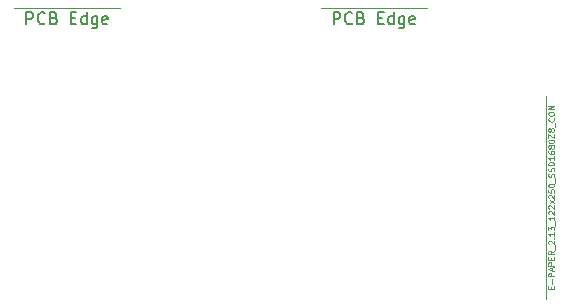
<source format=gbr>
G04 #@! TF.GenerationSoftware,KiCad,Pcbnew,8.0.1*
G04 #@! TF.CreationDate,2024-05-22T20:39:37+03:00*
G04 #@! TF.ProjectId,ESP32-C3_6_pico,45535033-322d-4433-935f-365f7069636f,rev?*
G04 #@! TF.SameCoordinates,Original*
G04 #@! TF.FileFunction,OtherDrawing,Comment*
%FSLAX46Y46*%
G04 Gerber Fmt 4.6, Leading zero omitted, Abs format (unit mm)*
G04 Created by KiCad (PCBNEW 8.0.1) date 2024-05-22 20:39:37*
%MOMM*%
%LPD*%
G01*
G04 APERTURE LIST*
%ADD10C,0.150000*%
%ADD11C,0.080000*%
%ADD12C,0.100000*%
G04 APERTURE END LIST*
D10*
X159571429Y-85324819D02*
X159571429Y-84324819D01*
X159571429Y-84324819D02*
X159952381Y-84324819D01*
X159952381Y-84324819D02*
X160047619Y-84372438D01*
X160047619Y-84372438D02*
X160095238Y-84420057D01*
X160095238Y-84420057D02*
X160142857Y-84515295D01*
X160142857Y-84515295D02*
X160142857Y-84658152D01*
X160142857Y-84658152D02*
X160095238Y-84753390D01*
X160095238Y-84753390D02*
X160047619Y-84801009D01*
X160047619Y-84801009D02*
X159952381Y-84848628D01*
X159952381Y-84848628D02*
X159571429Y-84848628D01*
X161142857Y-85229580D02*
X161095238Y-85277200D01*
X161095238Y-85277200D02*
X160952381Y-85324819D01*
X160952381Y-85324819D02*
X160857143Y-85324819D01*
X160857143Y-85324819D02*
X160714286Y-85277200D01*
X160714286Y-85277200D02*
X160619048Y-85181961D01*
X160619048Y-85181961D02*
X160571429Y-85086723D01*
X160571429Y-85086723D02*
X160523810Y-84896247D01*
X160523810Y-84896247D02*
X160523810Y-84753390D01*
X160523810Y-84753390D02*
X160571429Y-84562914D01*
X160571429Y-84562914D02*
X160619048Y-84467676D01*
X160619048Y-84467676D02*
X160714286Y-84372438D01*
X160714286Y-84372438D02*
X160857143Y-84324819D01*
X160857143Y-84324819D02*
X160952381Y-84324819D01*
X160952381Y-84324819D02*
X161095238Y-84372438D01*
X161095238Y-84372438D02*
X161142857Y-84420057D01*
X161904762Y-84801009D02*
X162047619Y-84848628D01*
X162047619Y-84848628D02*
X162095238Y-84896247D01*
X162095238Y-84896247D02*
X162142857Y-84991485D01*
X162142857Y-84991485D02*
X162142857Y-85134342D01*
X162142857Y-85134342D02*
X162095238Y-85229580D01*
X162095238Y-85229580D02*
X162047619Y-85277200D01*
X162047619Y-85277200D02*
X161952381Y-85324819D01*
X161952381Y-85324819D02*
X161571429Y-85324819D01*
X161571429Y-85324819D02*
X161571429Y-84324819D01*
X161571429Y-84324819D02*
X161904762Y-84324819D01*
X161904762Y-84324819D02*
X162000000Y-84372438D01*
X162000000Y-84372438D02*
X162047619Y-84420057D01*
X162047619Y-84420057D02*
X162095238Y-84515295D01*
X162095238Y-84515295D02*
X162095238Y-84610533D01*
X162095238Y-84610533D02*
X162047619Y-84705771D01*
X162047619Y-84705771D02*
X162000000Y-84753390D01*
X162000000Y-84753390D02*
X161904762Y-84801009D01*
X161904762Y-84801009D02*
X161571429Y-84801009D01*
X163333334Y-84801009D02*
X163666667Y-84801009D01*
X163809524Y-85324819D02*
X163333334Y-85324819D01*
X163333334Y-85324819D02*
X163333334Y-84324819D01*
X163333334Y-84324819D02*
X163809524Y-84324819D01*
X164666667Y-85324819D02*
X164666667Y-84324819D01*
X164666667Y-85277200D02*
X164571429Y-85324819D01*
X164571429Y-85324819D02*
X164380953Y-85324819D01*
X164380953Y-85324819D02*
X164285715Y-85277200D01*
X164285715Y-85277200D02*
X164238096Y-85229580D01*
X164238096Y-85229580D02*
X164190477Y-85134342D01*
X164190477Y-85134342D02*
X164190477Y-84848628D01*
X164190477Y-84848628D02*
X164238096Y-84753390D01*
X164238096Y-84753390D02*
X164285715Y-84705771D01*
X164285715Y-84705771D02*
X164380953Y-84658152D01*
X164380953Y-84658152D02*
X164571429Y-84658152D01*
X164571429Y-84658152D02*
X164666667Y-84705771D01*
X165571429Y-84658152D02*
X165571429Y-85467676D01*
X165571429Y-85467676D02*
X165523810Y-85562914D01*
X165523810Y-85562914D02*
X165476191Y-85610533D01*
X165476191Y-85610533D02*
X165380953Y-85658152D01*
X165380953Y-85658152D02*
X165238096Y-85658152D01*
X165238096Y-85658152D02*
X165142858Y-85610533D01*
X165571429Y-85277200D02*
X165476191Y-85324819D01*
X165476191Y-85324819D02*
X165285715Y-85324819D01*
X165285715Y-85324819D02*
X165190477Y-85277200D01*
X165190477Y-85277200D02*
X165142858Y-85229580D01*
X165142858Y-85229580D02*
X165095239Y-85134342D01*
X165095239Y-85134342D02*
X165095239Y-84848628D01*
X165095239Y-84848628D02*
X165142858Y-84753390D01*
X165142858Y-84753390D02*
X165190477Y-84705771D01*
X165190477Y-84705771D02*
X165285715Y-84658152D01*
X165285715Y-84658152D02*
X165476191Y-84658152D01*
X165476191Y-84658152D02*
X165571429Y-84705771D01*
X166428572Y-85277200D02*
X166333334Y-85324819D01*
X166333334Y-85324819D02*
X166142858Y-85324819D01*
X166142858Y-85324819D02*
X166047620Y-85277200D01*
X166047620Y-85277200D02*
X166000001Y-85181961D01*
X166000001Y-85181961D02*
X166000001Y-84801009D01*
X166000001Y-84801009D02*
X166047620Y-84705771D01*
X166047620Y-84705771D02*
X166142858Y-84658152D01*
X166142858Y-84658152D02*
X166333334Y-84658152D01*
X166333334Y-84658152D02*
X166428572Y-84705771D01*
X166428572Y-84705771D02*
X166476191Y-84801009D01*
X166476191Y-84801009D02*
X166476191Y-84896247D01*
X166476191Y-84896247D02*
X166000001Y-84991485D01*
D11*
X177990244Y-107761900D02*
X177990244Y-107595233D01*
X178252149Y-107523805D02*
X178252149Y-107761900D01*
X178252149Y-107761900D02*
X177752149Y-107761900D01*
X177752149Y-107761900D02*
X177752149Y-107523805D01*
X178061673Y-107309519D02*
X178061673Y-106928567D01*
X178252149Y-106690471D02*
X177752149Y-106690471D01*
X177752149Y-106690471D02*
X177752149Y-106499995D01*
X177752149Y-106499995D02*
X177775959Y-106452376D01*
X177775959Y-106452376D02*
X177799768Y-106428566D01*
X177799768Y-106428566D02*
X177847387Y-106404757D01*
X177847387Y-106404757D02*
X177918816Y-106404757D01*
X177918816Y-106404757D02*
X177966435Y-106428566D01*
X177966435Y-106428566D02*
X177990244Y-106452376D01*
X177990244Y-106452376D02*
X178014054Y-106499995D01*
X178014054Y-106499995D02*
X178014054Y-106690471D01*
X178109292Y-106214280D02*
X178109292Y-105976185D01*
X178252149Y-106261899D02*
X177752149Y-106095233D01*
X177752149Y-106095233D02*
X178252149Y-105928566D01*
X178252149Y-105761900D02*
X177752149Y-105761900D01*
X177752149Y-105761900D02*
X177752149Y-105571424D01*
X177752149Y-105571424D02*
X177775959Y-105523805D01*
X177775959Y-105523805D02*
X177799768Y-105499995D01*
X177799768Y-105499995D02*
X177847387Y-105476186D01*
X177847387Y-105476186D02*
X177918816Y-105476186D01*
X177918816Y-105476186D02*
X177966435Y-105499995D01*
X177966435Y-105499995D02*
X177990244Y-105523805D01*
X177990244Y-105523805D02*
X178014054Y-105571424D01*
X178014054Y-105571424D02*
X178014054Y-105761900D01*
X177990244Y-105261900D02*
X177990244Y-105095233D01*
X178252149Y-105023805D02*
X178252149Y-105261900D01*
X178252149Y-105261900D02*
X177752149Y-105261900D01*
X177752149Y-105261900D02*
X177752149Y-105023805D01*
X178252149Y-104523805D02*
X178014054Y-104690471D01*
X178252149Y-104809519D02*
X177752149Y-104809519D01*
X177752149Y-104809519D02*
X177752149Y-104619043D01*
X177752149Y-104619043D02*
X177775959Y-104571424D01*
X177775959Y-104571424D02*
X177799768Y-104547614D01*
X177799768Y-104547614D02*
X177847387Y-104523805D01*
X177847387Y-104523805D02*
X177918816Y-104523805D01*
X177918816Y-104523805D02*
X177966435Y-104547614D01*
X177966435Y-104547614D02*
X177990244Y-104571424D01*
X177990244Y-104571424D02*
X178014054Y-104619043D01*
X178014054Y-104619043D02*
X178014054Y-104809519D01*
X178299768Y-104428567D02*
X178299768Y-104047614D01*
X177799768Y-103952376D02*
X177775959Y-103928567D01*
X177775959Y-103928567D02*
X177752149Y-103880948D01*
X177752149Y-103880948D02*
X177752149Y-103761900D01*
X177752149Y-103761900D02*
X177775959Y-103714281D01*
X177775959Y-103714281D02*
X177799768Y-103690472D01*
X177799768Y-103690472D02*
X177847387Y-103666662D01*
X177847387Y-103666662D02*
X177895006Y-103666662D01*
X177895006Y-103666662D02*
X177966435Y-103690472D01*
X177966435Y-103690472D02*
X178252149Y-103976186D01*
X178252149Y-103976186D02*
X178252149Y-103666662D01*
X178204530Y-103452377D02*
X178228340Y-103428567D01*
X178228340Y-103428567D02*
X178252149Y-103452377D01*
X178252149Y-103452377D02*
X178228340Y-103476186D01*
X178228340Y-103476186D02*
X178204530Y-103452377D01*
X178204530Y-103452377D02*
X178252149Y-103452377D01*
X178252149Y-102952377D02*
X178252149Y-103238091D01*
X178252149Y-103095234D02*
X177752149Y-103095234D01*
X177752149Y-103095234D02*
X177823578Y-103142853D01*
X177823578Y-103142853D02*
X177871197Y-103190472D01*
X177871197Y-103190472D02*
X177895006Y-103238091D01*
X177752149Y-102785711D02*
X177752149Y-102476187D01*
X177752149Y-102476187D02*
X177942625Y-102642854D01*
X177942625Y-102642854D02*
X177942625Y-102571425D01*
X177942625Y-102571425D02*
X177966435Y-102523806D01*
X177966435Y-102523806D02*
X177990244Y-102499997D01*
X177990244Y-102499997D02*
X178037863Y-102476187D01*
X178037863Y-102476187D02*
X178156911Y-102476187D01*
X178156911Y-102476187D02*
X178204530Y-102499997D01*
X178204530Y-102499997D02*
X178228340Y-102523806D01*
X178228340Y-102523806D02*
X178252149Y-102571425D01*
X178252149Y-102571425D02*
X178252149Y-102714282D01*
X178252149Y-102714282D02*
X178228340Y-102761901D01*
X178228340Y-102761901D02*
X178204530Y-102785711D01*
X178299768Y-102380950D02*
X178299768Y-101999997D01*
X178252149Y-101619045D02*
X178252149Y-101904759D01*
X178252149Y-101761902D02*
X177752149Y-101761902D01*
X177752149Y-101761902D02*
X177823578Y-101809521D01*
X177823578Y-101809521D02*
X177871197Y-101857140D01*
X177871197Y-101857140D02*
X177895006Y-101904759D01*
X177799768Y-101428569D02*
X177775959Y-101404760D01*
X177775959Y-101404760D02*
X177752149Y-101357141D01*
X177752149Y-101357141D02*
X177752149Y-101238093D01*
X177752149Y-101238093D02*
X177775959Y-101190474D01*
X177775959Y-101190474D02*
X177799768Y-101166665D01*
X177799768Y-101166665D02*
X177847387Y-101142855D01*
X177847387Y-101142855D02*
X177895006Y-101142855D01*
X177895006Y-101142855D02*
X177966435Y-101166665D01*
X177966435Y-101166665D02*
X178252149Y-101452379D01*
X178252149Y-101452379D02*
X178252149Y-101142855D01*
X177799768Y-100952379D02*
X177775959Y-100928570D01*
X177775959Y-100928570D02*
X177752149Y-100880951D01*
X177752149Y-100880951D02*
X177752149Y-100761903D01*
X177752149Y-100761903D02*
X177775959Y-100714284D01*
X177775959Y-100714284D02*
X177799768Y-100690475D01*
X177799768Y-100690475D02*
X177847387Y-100666665D01*
X177847387Y-100666665D02*
X177895006Y-100666665D01*
X177895006Y-100666665D02*
X177966435Y-100690475D01*
X177966435Y-100690475D02*
X178252149Y-100976189D01*
X178252149Y-100976189D02*
X178252149Y-100666665D01*
X178252149Y-100499999D02*
X177918816Y-100238094D01*
X177918816Y-100499999D02*
X178252149Y-100238094D01*
X177799768Y-100071427D02*
X177775959Y-100047618D01*
X177775959Y-100047618D02*
X177752149Y-99999999D01*
X177752149Y-99999999D02*
X177752149Y-99880951D01*
X177752149Y-99880951D02*
X177775959Y-99833332D01*
X177775959Y-99833332D02*
X177799768Y-99809523D01*
X177799768Y-99809523D02*
X177847387Y-99785713D01*
X177847387Y-99785713D02*
X177895006Y-99785713D01*
X177895006Y-99785713D02*
X177966435Y-99809523D01*
X177966435Y-99809523D02*
X178252149Y-100095237D01*
X178252149Y-100095237D02*
X178252149Y-99785713D01*
X177752149Y-99333333D02*
X177752149Y-99571428D01*
X177752149Y-99571428D02*
X177990244Y-99595237D01*
X177990244Y-99595237D02*
X177966435Y-99571428D01*
X177966435Y-99571428D02*
X177942625Y-99523809D01*
X177942625Y-99523809D02*
X177942625Y-99404761D01*
X177942625Y-99404761D02*
X177966435Y-99357142D01*
X177966435Y-99357142D02*
X177990244Y-99333333D01*
X177990244Y-99333333D02*
X178037863Y-99309523D01*
X178037863Y-99309523D02*
X178156911Y-99309523D01*
X178156911Y-99309523D02*
X178204530Y-99333333D01*
X178204530Y-99333333D02*
X178228340Y-99357142D01*
X178228340Y-99357142D02*
X178252149Y-99404761D01*
X178252149Y-99404761D02*
X178252149Y-99523809D01*
X178252149Y-99523809D02*
X178228340Y-99571428D01*
X178228340Y-99571428D02*
X178204530Y-99595237D01*
X177752149Y-99000000D02*
X177752149Y-98952381D01*
X177752149Y-98952381D02*
X177775959Y-98904762D01*
X177775959Y-98904762D02*
X177799768Y-98880952D01*
X177799768Y-98880952D02*
X177847387Y-98857143D01*
X177847387Y-98857143D02*
X177942625Y-98833333D01*
X177942625Y-98833333D02*
X178061673Y-98833333D01*
X178061673Y-98833333D02*
X178156911Y-98857143D01*
X178156911Y-98857143D02*
X178204530Y-98880952D01*
X178204530Y-98880952D02*
X178228340Y-98904762D01*
X178228340Y-98904762D02*
X178252149Y-98952381D01*
X178252149Y-98952381D02*
X178252149Y-99000000D01*
X178252149Y-99000000D02*
X178228340Y-99047619D01*
X178228340Y-99047619D02*
X178204530Y-99071428D01*
X178204530Y-99071428D02*
X178156911Y-99095238D01*
X178156911Y-99095238D02*
X178061673Y-99119047D01*
X178061673Y-99119047D02*
X177942625Y-99119047D01*
X177942625Y-99119047D02*
X177847387Y-99095238D01*
X177847387Y-99095238D02*
X177799768Y-99071428D01*
X177799768Y-99071428D02*
X177775959Y-99047619D01*
X177775959Y-99047619D02*
X177752149Y-99000000D01*
X178299768Y-98738096D02*
X178299768Y-98357143D01*
X178228340Y-98261905D02*
X178252149Y-98190477D01*
X178252149Y-98190477D02*
X178252149Y-98071429D01*
X178252149Y-98071429D02*
X178228340Y-98023810D01*
X178228340Y-98023810D02*
X178204530Y-98000001D01*
X178204530Y-98000001D02*
X178156911Y-97976191D01*
X178156911Y-97976191D02*
X178109292Y-97976191D01*
X178109292Y-97976191D02*
X178061673Y-98000001D01*
X178061673Y-98000001D02*
X178037863Y-98023810D01*
X178037863Y-98023810D02*
X178014054Y-98071429D01*
X178014054Y-98071429D02*
X177990244Y-98166667D01*
X177990244Y-98166667D02*
X177966435Y-98214286D01*
X177966435Y-98214286D02*
X177942625Y-98238096D01*
X177942625Y-98238096D02*
X177895006Y-98261905D01*
X177895006Y-98261905D02*
X177847387Y-98261905D01*
X177847387Y-98261905D02*
X177799768Y-98238096D01*
X177799768Y-98238096D02*
X177775959Y-98214286D01*
X177775959Y-98214286D02*
X177752149Y-98166667D01*
X177752149Y-98166667D02*
X177752149Y-98047620D01*
X177752149Y-98047620D02*
X177775959Y-97976191D01*
X178228340Y-97785715D02*
X178252149Y-97714287D01*
X178252149Y-97714287D02*
X178252149Y-97595239D01*
X178252149Y-97595239D02*
X178228340Y-97547620D01*
X178228340Y-97547620D02*
X178204530Y-97523811D01*
X178204530Y-97523811D02*
X178156911Y-97500001D01*
X178156911Y-97500001D02*
X178109292Y-97500001D01*
X178109292Y-97500001D02*
X178061673Y-97523811D01*
X178061673Y-97523811D02*
X178037863Y-97547620D01*
X178037863Y-97547620D02*
X178014054Y-97595239D01*
X178014054Y-97595239D02*
X177990244Y-97690477D01*
X177990244Y-97690477D02*
X177966435Y-97738096D01*
X177966435Y-97738096D02*
X177942625Y-97761906D01*
X177942625Y-97761906D02*
X177895006Y-97785715D01*
X177895006Y-97785715D02*
X177847387Y-97785715D01*
X177847387Y-97785715D02*
X177799768Y-97761906D01*
X177799768Y-97761906D02*
X177775959Y-97738096D01*
X177775959Y-97738096D02*
X177752149Y-97690477D01*
X177752149Y-97690477D02*
X177752149Y-97571430D01*
X177752149Y-97571430D02*
X177775959Y-97500001D01*
X178252149Y-97285716D02*
X177752149Y-97285716D01*
X177752149Y-97285716D02*
X177752149Y-97166668D01*
X177752149Y-97166668D02*
X177775959Y-97095240D01*
X177775959Y-97095240D02*
X177823578Y-97047621D01*
X177823578Y-97047621D02*
X177871197Y-97023811D01*
X177871197Y-97023811D02*
X177966435Y-97000002D01*
X177966435Y-97000002D02*
X178037863Y-97000002D01*
X178037863Y-97000002D02*
X178133101Y-97023811D01*
X178133101Y-97023811D02*
X178180720Y-97047621D01*
X178180720Y-97047621D02*
X178228340Y-97095240D01*
X178228340Y-97095240D02*
X178252149Y-97166668D01*
X178252149Y-97166668D02*
X178252149Y-97285716D01*
X178252149Y-96523811D02*
X178252149Y-96809525D01*
X178252149Y-96666668D02*
X177752149Y-96666668D01*
X177752149Y-96666668D02*
X177823578Y-96714287D01*
X177823578Y-96714287D02*
X177871197Y-96761906D01*
X177871197Y-96761906D02*
X177895006Y-96809525D01*
X177752149Y-96095240D02*
X177752149Y-96190478D01*
X177752149Y-96190478D02*
X177775959Y-96238097D01*
X177775959Y-96238097D02*
X177799768Y-96261907D01*
X177799768Y-96261907D02*
X177871197Y-96309526D01*
X177871197Y-96309526D02*
X177966435Y-96333335D01*
X177966435Y-96333335D02*
X178156911Y-96333335D01*
X178156911Y-96333335D02*
X178204530Y-96309526D01*
X178204530Y-96309526D02*
X178228340Y-96285716D01*
X178228340Y-96285716D02*
X178252149Y-96238097D01*
X178252149Y-96238097D02*
X178252149Y-96142859D01*
X178252149Y-96142859D02*
X178228340Y-96095240D01*
X178228340Y-96095240D02*
X178204530Y-96071431D01*
X178204530Y-96071431D02*
X178156911Y-96047621D01*
X178156911Y-96047621D02*
X178037863Y-96047621D01*
X178037863Y-96047621D02*
X177990244Y-96071431D01*
X177990244Y-96071431D02*
X177966435Y-96095240D01*
X177966435Y-96095240D02*
X177942625Y-96142859D01*
X177942625Y-96142859D02*
X177942625Y-96238097D01*
X177942625Y-96238097D02*
X177966435Y-96285716D01*
X177966435Y-96285716D02*
X177990244Y-96309526D01*
X177990244Y-96309526D02*
X178037863Y-96333335D01*
X177966435Y-95761907D02*
X177942625Y-95809526D01*
X177942625Y-95809526D02*
X177918816Y-95833336D01*
X177918816Y-95833336D02*
X177871197Y-95857145D01*
X177871197Y-95857145D02*
X177847387Y-95857145D01*
X177847387Y-95857145D02*
X177799768Y-95833336D01*
X177799768Y-95833336D02*
X177775959Y-95809526D01*
X177775959Y-95809526D02*
X177752149Y-95761907D01*
X177752149Y-95761907D02*
X177752149Y-95666669D01*
X177752149Y-95666669D02*
X177775959Y-95619050D01*
X177775959Y-95619050D02*
X177799768Y-95595241D01*
X177799768Y-95595241D02*
X177847387Y-95571431D01*
X177847387Y-95571431D02*
X177871197Y-95571431D01*
X177871197Y-95571431D02*
X177918816Y-95595241D01*
X177918816Y-95595241D02*
X177942625Y-95619050D01*
X177942625Y-95619050D02*
X177966435Y-95666669D01*
X177966435Y-95666669D02*
X177966435Y-95761907D01*
X177966435Y-95761907D02*
X177990244Y-95809526D01*
X177990244Y-95809526D02*
X178014054Y-95833336D01*
X178014054Y-95833336D02*
X178061673Y-95857145D01*
X178061673Y-95857145D02*
X178156911Y-95857145D01*
X178156911Y-95857145D02*
X178204530Y-95833336D01*
X178204530Y-95833336D02*
X178228340Y-95809526D01*
X178228340Y-95809526D02*
X178252149Y-95761907D01*
X178252149Y-95761907D02*
X178252149Y-95666669D01*
X178252149Y-95666669D02*
X178228340Y-95619050D01*
X178228340Y-95619050D02*
X178204530Y-95595241D01*
X178204530Y-95595241D02*
X178156911Y-95571431D01*
X178156911Y-95571431D02*
X178061673Y-95571431D01*
X178061673Y-95571431D02*
X178014054Y-95595241D01*
X178014054Y-95595241D02*
X177990244Y-95619050D01*
X177990244Y-95619050D02*
X177966435Y-95666669D01*
X177752149Y-95261908D02*
X177752149Y-95214289D01*
X177752149Y-95214289D02*
X177775959Y-95166670D01*
X177775959Y-95166670D02*
X177799768Y-95142860D01*
X177799768Y-95142860D02*
X177847387Y-95119051D01*
X177847387Y-95119051D02*
X177942625Y-95095241D01*
X177942625Y-95095241D02*
X178061673Y-95095241D01*
X178061673Y-95095241D02*
X178156911Y-95119051D01*
X178156911Y-95119051D02*
X178204530Y-95142860D01*
X178204530Y-95142860D02*
X178228340Y-95166670D01*
X178228340Y-95166670D02*
X178252149Y-95214289D01*
X178252149Y-95214289D02*
X178252149Y-95261908D01*
X178252149Y-95261908D02*
X178228340Y-95309527D01*
X178228340Y-95309527D02*
X178204530Y-95333336D01*
X178204530Y-95333336D02*
X178156911Y-95357146D01*
X178156911Y-95357146D02*
X178061673Y-95380955D01*
X178061673Y-95380955D02*
X177942625Y-95380955D01*
X177942625Y-95380955D02*
X177847387Y-95357146D01*
X177847387Y-95357146D02*
X177799768Y-95333336D01*
X177799768Y-95333336D02*
X177775959Y-95309527D01*
X177775959Y-95309527D02*
X177752149Y-95261908D01*
X177752149Y-94928575D02*
X177752149Y-94595242D01*
X177752149Y-94595242D02*
X178252149Y-94928575D01*
X178252149Y-94928575D02*
X178252149Y-94595242D01*
X177966435Y-94333337D02*
X177942625Y-94380956D01*
X177942625Y-94380956D02*
X177918816Y-94404766D01*
X177918816Y-94404766D02*
X177871197Y-94428575D01*
X177871197Y-94428575D02*
X177847387Y-94428575D01*
X177847387Y-94428575D02*
X177799768Y-94404766D01*
X177799768Y-94404766D02*
X177775959Y-94380956D01*
X177775959Y-94380956D02*
X177752149Y-94333337D01*
X177752149Y-94333337D02*
X177752149Y-94238099D01*
X177752149Y-94238099D02*
X177775959Y-94190480D01*
X177775959Y-94190480D02*
X177799768Y-94166671D01*
X177799768Y-94166671D02*
X177847387Y-94142861D01*
X177847387Y-94142861D02*
X177871197Y-94142861D01*
X177871197Y-94142861D02*
X177918816Y-94166671D01*
X177918816Y-94166671D02*
X177942625Y-94190480D01*
X177942625Y-94190480D02*
X177966435Y-94238099D01*
X177966435Y-94238099D02*
X177966435Y-94333337D01*
X177966435Y-94333337D02*
X177990244Y-94380956D01*
X177990244Y-94380956D02*
X178014054Y-94404766D01*
X178014054Y-94404766D02*
X178061673Y-94428575D01*
X178061673Y-94428575D02*
X178156911Y-94428575D01*
X178156911Y-94428575D02*
X178204530Y-94404766D01*
X178204530Y-94404766D02*
X178228340Y-94380956D01*
X178228340Y-94380956D02*
X178252149Y-94333337D01*
X178252149Y-94333337D02*
X178252149Y-94238099D01*
X178252149Y-94238099D02*
X178228340Y-94190480D01*
X178228340Y-94190480D02*
X178204530Y-94166671D01*
X178204530Y-94166671D02*
X178156911Y-94142861D01*
X178156911Y-94142861D02*
X178061673Y-94142861D01*
X178061673Y-94142861D02*
X178014054Y-94166671D01*
X178014054Y-94166671D02*
X177990244Y-94190480D01*
X177990244Y-94190480D02*
X177966435Y-94238099D01*
X178299768Y-94047624D02*
X178299768Y-93666671D01*
X178204530Y-93261910D02*
X178228340Y-93285719D01*
X178228340Y-93285719D02*
X178252149Y-93357148D01*
X178252149Y-93357148D02*
X178252149Y-93404767D01*
X178252149Y-93404767D02*
X178228340Y-93476195D01*
X178228340Y-93476195D02*
X178180720Y-93523814D01*
X178180720Y-93523814D02*
X178133101Y-93547624D01*
X178133101Y-93547624D02*
X178037863Y-93571433D01*
X178037863Y-93571433D02*
X177966435Y-93571433D01*
X177966435Y-93571433D02*
X177871197Y-93547624D01*
X177871197Y-93547624D02*
X177823578Y-93523814D01*
X177823578Y-93523814D02*
X177775959Y-93476195D01*
X177775959Y-93476195D02*
X177752149Y-93404767D01*
X177752149Y-93404767D02*
X177752149Y-93357148D01*
X177752149Y-93357148D02*
X177775959Y-93285719D01*
X177775959Y-93285719D02*
X177799768Y-93261910D01*
X177752149Y-92952386D02*
X177752149Y-92857148D01*
X177752149Y-92857148D02*
X177775959Y-92809529D01*
X177775959Y-92809529D02*
X177823578Y-92761910D01*
X177823578Y-92761910D02*
X177918816Y-92738100D01*
X177918816Y-92738100D02*
X178085482Y-92738100D01*
X178085482Y-92738100D02*
X178180720Y-92761910D01*
X178180720Y-92761910D02*
X178228340Y-92809529D01*
X178228340Y-92809529D02*
X178252149Y-92857148D01*
X178252149Y-92857148D02*
X178252149Y-92952386D01*
X178252149Y-92952386D02*
X178228340Y-93000005D01*
X178228340Y-93000005D02*
X178180720Y-93047624D01*
X178180720Y-93047624D02*
X178085482Y-93071433D01*
X178085482Y-93071433D02*
X177918816Y-93071433D01*
X177918816Y-93071433D02*
X177823578Y-93047624D01*
X177823578Y-93047624D02*
X177775959Y-93000005D01*
X177775959Y-93000005D02*
X177752149Y-92952386D01*
X178252149Y-92523814D02*
X177752149Y-92523814D01*
X177752149Y-92523814D02*
X178252149Y-92238100D01*
X178252149Y-92238100D02*
X177752149Y-92238100D01*
D10*
X133571428Y-85324819D02*
X133571428Y-84324819D01*
X133571428Y-84324819D02*
X133952380Y-84324819D01*
X133952380Y-84324819D02*
X134047618Y-84372438D01*
X134047618Y-84372438D02*
X134095237Y-84420057D01*
X134095237Y-84420057D02*
X134142856Y-84515295D01*
X134142856Y-84515295D02*
X134142856Y-84658152D01*
X134142856Y-84658152D02*
X134095237Y-84753390D01*
X134095237Y-84753390D02*
X134047618Y-84801009D01*
X134047618Y-84801009D02*
X133952380Y-84848628D01*
X133952380Y-84848628D02*
X133571428Y-84848628D01*
X135142856Y-85229580D02*
X135095237Y-85277200D01*
X135095237Y-85277200D02*
X134952380Y-85324819D01*
X134952380Y-85324819D02*
X134857142Y-85324819D01*
X134857142Y-85324819D02*
X134714285Y-85277200D01*
X134714285Y-85277200D02*
X134619047Y-85181961D01*
X134619047Y-85181961D02*
X134571428Y-85086723D01*
X134571428Y-85086723D02*
X134523809Y-84896247D01*
X134523809Y-84896247D02*
X134523809Y-84753390D01*
X134523809Y-84753390D02*
X134571428Y-84562914D01*
X134571428Y-84562914D02*
X134619047Y-84467676D01*
X134619047Y-84467676D02*
X134714285Y-84372438D01*
X134714285Y-84372438D02*
X134857142Y-84324819D01*
X134857142Y-84324819D02*
X134952380Y-84324819D01*
X134952380Y-84324819D02*
X135095237Y-84372438D01*
X135095237Y-84372438D02*
X135142856Y-84420057D01*
X135904761Y-84801009D02*
X136047618Y-84848628D01*
X136047618Y-84848628D02*
X136095237Y-84896247D01*
X136095237Y-84896247D02*
X136142856Y-84991485D01*
X136142856Y-84991485D02*
X136142856Y-85134342D01*
X136142856Y-85134342D02*
X136095237Y-85229580D01*
X136095237Y-85229580D02*
X136047618Y-85277200D01*
X136047618Y-85277200D02*
X135952380Y-85324819D01*
X135952380Y-85324819D02*
X135571428Y-85324819D01*
X135571428Y-85324819D02*
X135571428Y-84324819D01*
X135571428Y-84324819D02*
X135904761Y-84324819D01*
X135904761Y-84324819D02*
X135999999Y-84372438D01*
X135999999Y-84372438D02*
X136047618Y-84420057D01*
X136047618Y-84420057D02*
X136095237Y-84515295D01*
X136095237Y-84515295D02*
X136095237Y-84610533D01*
X136095237Y-84610533D02*
X136047618Y-84705771D01*
X136047618Y-84705771D02*
X135999999Y-84753390D01*
X135999999Y-84753390D02*
X135904761Y-84801009D01*
X135904761Y-84801009D02*
X135571428Y-84801009D01*
X137333333Y-84801009D02*
X137666666Y-84801009D01*
X137809523Y-85324819D02*
X137333333Y-85324819D01*
X137333333Y-85324819D02*
X137333333Y-84324819D01*
X137333333Y-84324819D02*
X137809523Y-84324819D01*
X138666666Y-85324819D02*
X138666666Y-84324819D01*
X138666666Y-85277200D02*
X138571428Y-85324819D01*
X138571428Y-85324819D02*
X138380952Y-85324819D01*
X138380952Y-85324819D02*
X138285714Y-85277200D01*
X138285714Y-85277200D02*
X138238095Y-85229580D01*
X138238095Y-85229580D02*
X138190476Y-85134342D01*
X138190476Y-85134342D02*
X138190476Y-84848628D01*
X138190476Y-84848628D02*
X138238095Y-84753390D01*
X138238095Y-84753390D02*
X138285714Y-84705771D01*
X138285714Y-84705771D02*
X138380952Y-84658152D01*
X138380952Y-84658152D02*
X138571428Y-84658152D01*
X138571428Y-84658152D02*
X138666666Y-84705771D01*
X139571428Y-84658152D02*
X139571428Y-85467676D01*
X139571428Y-85467676D02*
X139523809Y-85562914D01*
X139523809Y-85562914D02*
X139476190Y-85610533D01*
X139476190Y-85610533D02*
X139380952Y-85658152D01*
X139380952Y-85658152D02*
X139238095Y-85658152D01*
X139238095Y-85658152D02*
X139142857Y-85610533D01*
X139571428Y-85277200D02*
X139476190Y-85324819D01*
X139476190Y-85324819D02*
X139285714Y-85324819D01*
X139285714Y-85324819D02*
X139190476Y-85277200D01*
X139190476Y-85277200D02*
X139142857Y-85229580D01*
X139142857Y-85229580D02*
X139095238Y-85134342D01*
X139095238Y-85134342D02*
X139095238Y-84848628D01*
X139095238Y-84848628D02*
X139142857Y-84753390D01*
X139142857Y-84753390D02*
X139190476Y-84705771D01*
X139190476Y-84705771D02*
X139285714Y-84658152D01*
X139285714Y-84658152D02*
X139476190Y-84658152D01*
X139476190Y-84658152D02*
X139571428Y-84705771D01*
X140428571Y-85277200D02*
X140333333Y-85324819D01*
X140333333Y-85324819D02*
X140142857Y-85324819D01*
X140142857Y-85324819D02*
X140047619Y-85277200D01*
X140047619Y-85277200D02*
X140000000Y-85181961D01*
X140000000Y-85181961D02*
X140000000Y-84801009D01*
X140000000Y-84801009D02*
X140047619Y-84705771D01*
X140047619Y-84705771D02*
X140142857Y-84658152D01*
X140142857Y-84658152D02*
X140333333Y-84658152D01*
X140333333Y-84658152D02*
X140428571Y-84705771D01*
X140428571Y-84705771D02*
X140476190Y-84801009D01*
X140476190Y-84801009D02*
X140476190Y-84896247D01*
X140476190Y-84896247D02*
X140000000Y-84991485D01*
D12*
G04 #@! TO.C,U5*
X167470001Y-83960000D02*
X158530001Y-83960000D01*
G04 #@! TO.C,U4*
X177525000Y-91395000D02*
X177525000Y-108605000D01*
G04 #@! TO.C,J1*
X141470000Y-83960000D02*
X132530000Y-83960000D01*
G04 #@! TD*
M02*

</source>
